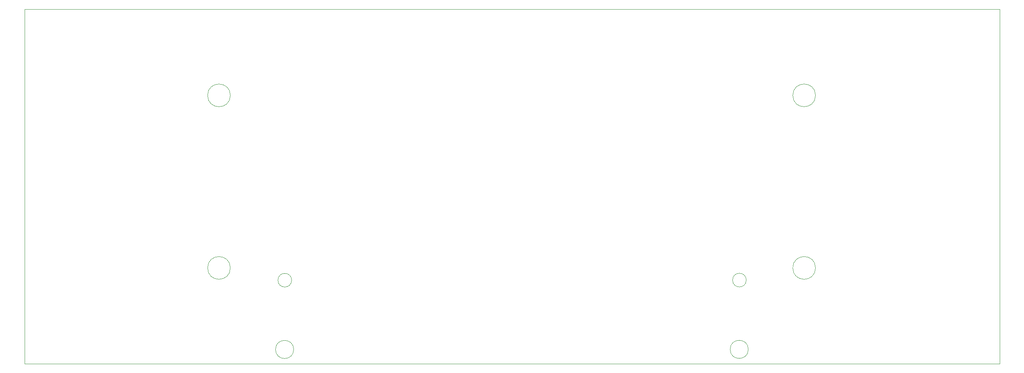
<source format=gbr>
%TF.GenerationSoftware,KiCad,Pcbnew,7.0.8*%
%TF.CreationDate,2024-10-24T11:53:26+09:00*%
%TF.ProjectId,cool337,636f6f6c-3333-4372-9e6b-696361645f70,rev?*%
%TF.SameCoordinates,Original*%
%TF.FileFunction,Profile,NP*%
%FSLAX46Y46*%
G04 Gerber Fmt 4.6, Leading zero omitted, Abs format (unit mm)*
G04 Created by KiCad (PCBNEW 7.0.8) date 2024-10-24 11:53:26*
%MOMM*%
%LPD*%
G01*
G04 APERTURE LIST*
%TA.AperFunction,Profile*%
%ADD10C,0.100000*%
%TD*%
G04 APERTURE END LIST*
D10*
X-9510000Y9510000D02*
X204840000Y9510000D01*
X204840000Y-68600000D01*
X-9510000Y-68600000D01*
X-9510000Y9510000D01*
X164370000Y-47470000D02*
G75*
G03*
X164370000Y-47470000I-2500000J0D01*
G01*
X49197341Y-50170000D02*
G75*
G03*
X49197341Y-50170000I-1505000J0D01*
G01*
X149597659Y-65400000D02*
G75*
G03*
X149597659Y-65400000I-2000000J0D01*
G01*
X149145000Y-50150000D02*
G75*
G03*
X149145000Y-50150000I-1505000J0D01*
G01*
X35720000Y-9480000D02*
G75*
G03*
X35720000Y-9480000I-2500000J0D01*
G01*
X35720000Y-47470000D02*
G75*
G03*
X35720000Y-47470000I-2500000J0D01*
G01*
X49650000Y-65420000D02*
G75*
G03*
X49650000Y-65420000I-2000000J0D01*
G01*
X164370000Y-9480000D02*
G75*
G03*
X164370000Y-9480000I-2500000J0D01*
G01*
M02*

</source>
